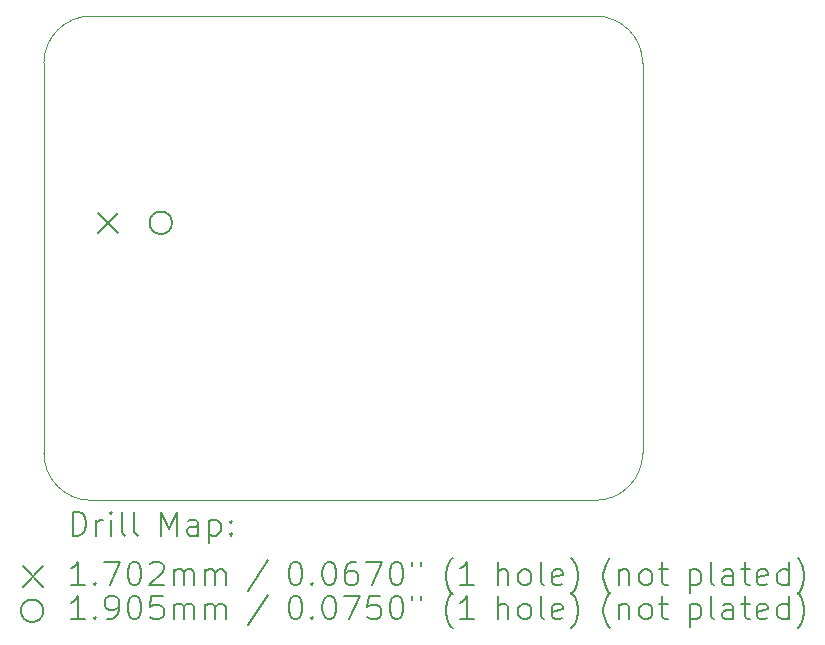
<source format=gbr>
%TF.GenerationSoftware,KiCad,Pcbnew,(7.0.0)*%
%TF.CreationDate,2023-05-09T15:07:43+03:00*%
%TF.ProjectId,IoT_sulari,496f545f-7375-46c6-9172-692e6b696361,rev?*%
%TF.SameCoordinates,Original*%
%TF.FileFunction,Drillmap*%
%TF.FilePolarity,Positive*%
%FSLAX45Y45*%
G04 Gerber Fmt 4.5, Leading zero omitted, Abs format (unit mm)*
G04 Created by KiCad (PCBNEW (7.0.0)) date 2023-05-09 15:07:43*
%MOMM*%
%LPD*%
G01*
G04 APERTURE LIST*
%ADD10C,0.100000*%
%ADD11C,0.200000*%
%ADD12C,0.170180*%
%ADD13C,0.190500*%
G04 APERTURE END LIST*
D10*
X14300000Y-7200000D02*
X14300000Y-3900000D01*
X9230000Y-7200000D02*
G75*
G03*
X9630000Y-7600000I400000J0D01*
G01*
X9230000Y-3900000D02*
X9230000Y-7200000D01*
X13900000Y-7600000D02*
G75*
G03*
X14300000Y-7200000I0J400000D01*
G01*
X14300000Y-3900000D02*
G75*
G03*
X13900000Y-3500000I-400000J0D01*
G01*
X13900000Y-3500000D02*
X9630000Y-3500000D01*
X9630000Y-7600000D02*
X13900000Y-7600000D01*
X9630000Y-3500000D02*
G75*
G03*
X9230000Y-3900000I0J-400000D01*
G01*
D11*
D12*
X9684783Y-5164910D02*
X9854963Y-5335090D01*
X9854963Y-5164910D02*
X9684783Y-5335090D01*
D13*
X10315121Y-5250000D02*
G75*
G03*
X10315121Y-5250000I-95250J0D01*
G01*
D11*
X9472619Y-7898476D02*
X9472619Y-7698476D01*
X9472619Y-7698476D02*
X9520238Y-7698476D01*
X9520238Y-7698476D02*
X9548810Y-7708000D01*
X9548810Y-7708000D02*
X9567857Y-7727048D01*
X9567857Y-7727048D02*
X9577381Y-7746095D01*
X9577381Y-7746095D02*
X9586905Y-7784190D01*
X9586905Y-7784190D02*
X9586905Y-7812762D01*
X9586905Y-7812762D02*
X9577381Y-7850857D01*
X9577381Y-7850857D02*
X9567857Y-7869905D01*
X9567857Y-7869905D02*
X9548810Y-7888952D01*
X9548810Y-7888952D02*
X9520238Y-7898476D01*
X9520238Y-7898476D02*
X9472619Y-7898476D01*
X9672619Y-7898476D02*
X9672619Y-7765143D01*
X9672619Y-7803238D02*
X9682143Y-7784190D01*
X9682143Y-7784190D02*
X9691667Y-7774667D01*
X9691667Y-7774667D02*
X9710714Y-7765143D01*
X9710714Y-7765143D02*
X9729762Y-7765143D01*
X9796429Y-7898476D02*
X9796429Y-7765143D01*
X9796429Y-7698476D02*
X9786905Y-7708000D01*
X9786905Y-7708000D02*
X9796429Y-7717524D01*
X9796429Y-7717524D02*
X9805952Y-7708000D01*
X9805952Y-7708000D02*
X9796429Y-7698476D01*
X9796429Y-7698476D02*
X9796429Y-7717524D01*
X9920238Y-7898476D02*
X9901190Y-7888952D01*
X9901190Y-7888952D02*
X9891667Y-7869905D01*
X9891667Y-7869905D02*
X9891667Y-7698476D01*
X10025000Y-7898476D02*
X10005952Y-7888952D01*
X10005952Y-7888952D02*
X9996429Y-7869905D01*
X9996429Y-7869905D02*
X9996429Y-7698476D01*
X10221190Y-7898476D02*
X10221190Y-7698476D01*
X10221190Y-7698476D02*
X10287857Y-7841333D01*
X10287857Y-7841333D02*
X10354524Y-7698476D01*
X10354524Y-7698476D02*
X10354524Y-7898476D01*
X10535476Y-7898476D02*
X10535476Y-7793714D01*
X10535476Y-7793714D02*
X10525952Y-7774667D01*
X10525952Y-7774667D02*
X10506905Y-7765143D01*
X10506905Y-7765143D02*
X10468809Y-7765143D01*
X10468809Y-7765143D02*
X10449762Y-7774667D01*
X10535476Y-7888952D02*
X10516429Y-7898476D01*
X10516429Y-7898476D02*
X10468809Y-7898476D01*
X10468809Y-7898476D02*
X10449762Y-7888952D01*
X10449762Y-7888952D02*
X10440238Y-7869905D01*
X10440238Y-7869905D02*
X10440238Y-7850857D01*
X10440238Y-7850857D02*
X10449762Y-7831809D01*
X10449762Y-7831809D02*
X10468809Y-7822286D01*
X10468809Y-7822286D02*
X10516429Y-7822286D01*
X10516429Y-7822286D02*
X10535476Y-7812762D01*
X10630714Y-7765143D02*
X10630714Y-7965143D01*
X10630714Y-7774667D02*
X10649762Y-7765143D01*
X10649762Y-7765143D02*
X10687857Y-7765143D01*
X10687857Y-7765143D02*
X10706905Y-7774667D01*
X10706905Y-7774667D02*
X10716429Y-7784190D01*
X10716429Y-7784190D02*
X10725952Y-7803238D01*
X10725952Y-7803238D02*
X10725952Y-7860381D01*
X10725952Y-7860381D02*
X10716429Y-7879428D01*
X10716429Y-7879428D02*
X10706905Y-7888952D01*
X10706905Y-7888952D02*
X10687857Y-7898476D01*
X10687857Y-7898476D02*
X10649762Y-7898476D01*
X10649762Y-7898476D02*
X10630714Y-7888952D01*
X10811667Y-7879428D02*
X10821190Y-7888952D01*
X10821190Y-7888952D02*
X10811667Y-7898476D01*
X10811667Y-7898476D02*
X10802143Y-7888952D01*
X10802143Y-7888952D02*
X10811667Y-7879428D01*
X10811667Y-7879428D02*
X10811667Y-7898476D01*
X10811667Y-7774667D02*
X10821190Y-7784190D01*
X10821190Y-7784190D02*
X10811667Y-7793714D01*
X10811667Y-7793714D02*
X10802143Y-7784190D01*
X10802143Y-7784190D02*
X10811667Y-7774667D01*
X10811667Y-7774667D02*
X10811667Y-7793714D01*
D12*
X9054820Y-8159910D02*
X9225000Y-8330090D01*
X9225000Y-8159910D02*
X9054820Y-8330090D01*
D11*
X9577381Y-8318476D02*
X9463095Y-8318476D01*
X9520238Y-8318476D02*
X9520238Y-8118476D01*
X9520238Y-8118476D02*
X9501190Y-8147048D01*
X9501190Y-8147048D02*
X9482143Y-8166095D01*
X9482143Y-8166095D02*
X9463095Y-8175619D01*
X9663095Y-8299428D02*
X9672619Y-8308952D01*
X9672619Y-8308952D02*
X9663095Y-8318476D01*
X9663095Y-8318476D02*
X9653571Y-8308952D01*
X9653571Y-8308952D02*
X9663095Y-8299428D01*
X9663095Y-8299428D02*
X9663095Y-8318476D01*
X9739286Y-8118476D02*
X9872619Y-8118476D01*
X9872619Y-8118476D02*
X9786905Y-8318476D01*
X9986905Y-8118476D02*
X10005952Y-8118476D01*
X10005952Y-8118476D02*
X10025000Y-8128000D01*
X10025000Y-8128000D02*
X10034524Y-8137524D01*
X10034524Y-8137524D02*
X10044048Y-8156571D01*
X10044048Y-8156571D02*
X10053571Y-8194667D01*
X10053571Y-8194667D02*
X10053571Y-8242286D01*
X10053571Y-8242286D02*
X10044048Y-8280381D01*
X10044048Y-8280381D02*
X10034524Y-8299428D01*
X10034524Y-8299428D02*
X10025000Y-8308952D01*
X10025000Y-8308952D02*
X10005952Y-8318476D01*
X10005952Y-8318476D02*
X9986905Y-8318476D01*
X9986905Y-8318476D02*
X9967857Y-8308952D01*
X9967857Y-8308952D02*
X9958333Y-8299428D01*
X9958333Y-8299428D02*
X9948810Y-8280381D01*
X9948810Y-8280381D02*
X9939286Y-8242286D01*
X9939286Y-8242286D02*
X9939286Y-8194667D01*
X9939286Y-8194667D02*
X9948810Y-8156571D01*
X9948810Y-8156571D02*
X9958333Y-8137524D01*
X9958333Y-8137524D02*
X9967857Y-8128000D01*
X9967857Y-8128000D02*
X9986905Y-8118476D01*
X10129762Y-8137524D02*
X10139286Y-8128000D01*
X10139286Y-8128000D02*
X10158333Y-8118476D01*
X10158333Y-8118476D02*
X10205952Y-8118476D01*
X10205952Y-8118476D02*
X10225000Y-8128000D01*
X10225000Y-8128000D02*
X10234524Y-8137524D01*
X10234524Y-8137524D02*
X10244048Y-8156571D01*
X10244048Y-8156571D02*
X10244048Y-8175619D01*
X10244048Y-8175619D02*
X10234524Y-8204190D01*
X10234524Y-8204190D02*
X10120238Y-8318476D01*
X10120238Y-8318476D02*
X10244048Y-8318476D01*
X10329762Y-8318476D02*
X10329762Y-8185143D01*
X10329762Y-8204190D02*
X10339286Y-8194667D01*
X10339286Y-8194667D02*
X10358333Y-8185143D01*
X10358333Y-8185143D02*
X10386905Y-8185143D01*
X10386905Y-8185143D02*
X10405952Y-8194667D01*
X10405952Y-8194667D02*
X10415476Y-8213714D01*
X10415476Y-8213714D02*
X10415476Y-8318476D01*
X10415476Y-8213714D02*
X10425000Y-8194667D01*
X10425000Y-8194667D02*
X10444048Y-8185143D01*
X10444048Y-8185143D02*
X10472619Y-8185143D01*
X10472619Y-8185143D02*
X10491667Y-8194667D01*
X10491667Y-8194667D02*
X10501191Y-8213714D01*
X10501191Y-8213714D02*
X10501191Y-8318476D01*
X10596429Y-8318476D02*
X10596429Y-8185143D01*
X10596429Y-8204190D02*
X10605952Y-8194667D01*
X10605952Y-8194667D02*
X10625000Y-8185143D01*
X10625000Y-8185143D02*
X10653572Y-8185143D01*
X10653572Y-8185143D02*
X10672619Y-8194667D01*
X10672619Y-8194667D02*
X10682143Y-8213714D01*
X10682143Y-8213714D02*
X10682143Y-8318476D01*
X10682143Y-8213714D02*
X10691667Y-8194667D01*
X10691667Y-8194667D02*
X10710714Y-8185143D01*
X10710714Y-8185143D02*
X10739286Y-8185143D01*
X10739286Y-8185143D02*
X10758333Y-8194667D01*
X10758333Y-8194667D02*
X10767857Y-8213714D01*
X10767857Y-8213714D02*
X10767857Y-8318476D01*
X11125952Y-8108952D02*
X10954524Y-8366095D01*
X11350714Y-8118476D02*
X11369762Y-8118476D01*
X11369762Y-8118476D02*
X11388810Y-8128000D01*
X11388810Y-8128000D02*
X11398333Y-8137524D01*
X11398333Y-8137524D02*
X11407857Y-8156571D01*
X11407857Y-8156571D02*
X11417381Y-8194667D01*
X11417381Y-8194667D02*
X11417381Y-8242286D01*
X11417381Y-8242286D02*
X11407857Y-8280381D01*
X11407857Y-8280381D02*
X11398333Y-8299428D01*
X11398333Y-8299428D02*
X11388810Y-8308952D01*
X11388810Y-8308952D02*
X11369762Y-8318476D01*
X11369762Y-8318476D02*
X11350714Y-8318476D01*
X11350714Y-8318476D02*
X11331667Y-8308952D01*
X11331667Y-8308952D02*
X11322143Y-8299428D01*
X11322143Y-8299428D02*
X11312619Y-8280381D01*
X11312619Y-8280381D02*
X11303095Y-8242286D01*
X11303095Y-8242286D02*
X11303095Y-8194667D01*
X11303095Y-8194667D02*
X11312619Y-8156571D01*
X11312619Y-8156571D02*
X11322143Y-8137524D01*
X11322143Y-8137524D02*
X11331667Y-8128000D01*
X11331667Y-8128000D02*
X11350714Y-8118476D01*
X11503095Y-8299428D02*
X11512619Y-8308952D01*
X11512619Y-8308952D02*
X11503095Y-8318476D01*
X11503095Y-8318476D02*
X11493571Y-8308952D01*
X11493571Y-8308952D02*
X11503095Y-8299428D01*
X11503095Y-8299428D02*
X11503095Y-8318476D01*
X11636429Y-8118476D02*
X11655476Y-8118476D01*
X11655476Y-8118476D02*
X11674524Y-8128000D01*
X11674524Y-8128000D02*
X11684048Y-8137524D01*
X11684048Y-8137524D02*
X11693571Y-8156571D01*
X11693571Y-8156571D02*
X11703095Y-8194667D01*
X11703095Y-8194667D02*
X11703095Y-8242286D01*
X11703095Y-8242286D02*
X11693571Y-8280381D01*
X11693571Y-8280381D02*
X11684048Y-8299428D01*
X11684048Y-8299428D02*
X11674524Y-8308952D01*
X11674524Y-8308952D02*
X11655476Y-8318476D01*
X11655476Y-8318476D02*
X11636429Y-8318476D01*
X11636429Y-8318476D02*
X11617381Y-8308952D01*
X11617381Y-8308952D02*
X11607857Y-8299428D01*
X11607857Y-8299428D02*
X11598333Y-8280381D01*
X11598333Y-8280381D02*
X11588810Y-8242286D01*
X11588810Y-8242286D02*
X11588810Y-8194667D01*
X11588810Y-8194667D02*
X11598333Y-8156571D01*
X11598333Y-8156571D02*
X11607857Y-8137524D01*
X11607857Y-8137524D02*
X11617381Y-8128000D01*
X11617381Y-8128000D02*
X11636429Y-8118476D01*
X11874524Y-8118476D02*
X11836429Y-8118476D01*
X11836429Y-8118476D02*
X11817381Y-8128000D01*
X11817381Y-8128000D02*
X11807857Y-8137524D01*
X11807857Y-8137524D02*
X11788810Y-8166095D01*
X11788810Y-8166095D02*
X11779286Y-8204190D01*
X11779286Y-8204190D02*
X11779286Y-8280381D01*
X11779286Y-8280381D02*
X11788810Y-8299428D01*
X11788810Y-8299428D02*
X11798333Y-8308952D01*
X11798333Y-8308952D02*
X11817381Y-8318476D01*
X11817381Y-8318476D02*
X11855476Y-8318476D01*
X11855476Y-8318476D02*
X11874524Y-8308952D01*
X11874524Y-8308952D02*
X11884048Y-8299428D01*
X11884048Y-8299428D02*
X11893571Y-8280381D01*
X11893571Y-8280381D02*
X11893571Y-8232762D01*
X11893571Y-8232762D02*
X11884048Y-8213714D01*
X11884048Y-8213714D02*
X11874524Y-8204190D01*
X11874524Y-8204190D02*
X11855476Y-8194667D01*
X11855476Y-8194667D02*
X11817381Y-8194667D01*
X11817381Y-8194667D02*
X11798333Y-8204190D01*
X11798333Y-8204190D02*
X11788810Y-8213714D01*
X11788810Y-8213714D02*
X11779286Y-8232762D01*
X11960238Y-8118476D02*
X12093571Y-8118476D01*
X12093571Y-8118476D02*
X12007857Y-8318476D01*
X12207857Y-8118476D02*
X12226905Y-8118476D01*
X12226905Y-8118476D02*
X12245952Y-8128000D01*
X12245952Y-8128000D02*
X12255476Y-8137524D01*
X12255476Y-8137524D02*
X12265000Y-8156571D01*
X12265000Y-8156571D02*
X12274524Y-8194667D01*
X12274524Y-8194667D02*
X12274524Y-8242286D01*
X12274524Y-8242286D02*
X12265000Y-8280381D01*
X12265000Y-8280381D02*
X12255476Y-8299428D01*
X12255476Y-8299428D02*
X12245952Y-8308952D01*
X12245952Y-8308952D02*
X12226905Y-8318476D01*
X12226905Y-8318476D02*
X12207857Y-8318476D01*
X12207857Y-8318476D02*
X12188810Y-8308952D01*
X12188810Y-8308952D02*
X12179286Y-8299428D01*
X12179286Y-8299428D02*
X12169762Y-8280381D01*
X12169762Y-8280381D02*
X12160238Y-8242286D01*
X12160238Y-8242286D02*
X12160238Y-8194667D01*
X12160238Y-8194667D02*
X12169762Y-8156571D01*
X12169762Y-8156571D02*
X12179286Y-8137524D01*
X12179286Y-8137524D02*
X12188810Y-8128000D01*
X12188810Y-8128000D02*
X12207857Y-8118476D01*
X12350714Y-8118476D02*
X12350714Y-8156571D01*
X12426905Y-8118476D02*
X12426905Y-8156571D01*
X12689762Y-8394667D02*
X12680238Y-8385143D01*
X12680238Y-8385143D02*
X12661191Y-8356571D01*
X12661191Y-8356571D02*
X12651667Y-8337524D01*
X12651667Y-8337524D02*
X12642143Y-8308952D01*
X12642143Y-8308952D02*
X12632619Y-8261333D01*
X12632619Y-8261333D02*
X12632619Y-8223238D01*
X12632619Y-8223238D02*
X12642143Y-8175619D01*
X12642143Y-8175619D02*
X12651667Y-8147048D01*
X12651667Y-8147048D02*
X12661191Y-8128000D01*
X12661191Y-8128000D02*
X12680238Y-8099428D01*
X12680238Y-8099428D02*
X12689762Y-8089905D01*
X12870714Y-8318476D02*
X12756429Y-8318476D01*
X12813571Y-8318476D02*
X12813571Y-8118476D01*
X12813571Y-8118476D02*
X12794524Y-8147048D01*
X12794524Y-8147048D02*
X12775476Y-8166095D01*
X12775476Y-8166095D02*
X12756429Y-8175619D01*
X13076429Y-8318476D02*
X13076429Y-8118476D01*
X13162143Y-8318476D02*
X13162143Y-8213714D01*
X13162143Y-8213714D02*
X13152619Y-8194667D01*
X13152619Y-8194667D02*
X13133572Y-8185143D01*
X13133572Y-8185143D02*
X13105000Y-8185143D01*
X13105000Y-8185143D02*
X13085952Y-8194667D01*
X13085952Y-8194667D02*
X13076429Y-8204190D01*
X13285952Y-8318476D02*
X13266905Y-8308952D01*
X13266905Y-8308952D02*
X13257381Y-8299428D01*
X13257381Y-8299428D02*
X13247857Y-8280381D01*
X13247857Y-8280381D02*
X13247857Y-8223238D01*
X13247857Y-8223238D02*
X13257381Y-8204190D01*
X13257381Y-8204190D02*
X13266905Y-8194667D01*
X13266905Y-8194667D02*
X13285952Y-8185143D01*
X13285952Y-8185143D02*
X13314524Y-8185143D01*
X13314524Y-8185143D02*
X13333572Y-8194667D01*
X13333572Y-8194667D02*
X13343095Y-8204190D01*
X13343095Y-8204190D02*
X13352619Y-8223238D01*
X13352619Y-8223238D02*
X13352619Y-8280381D01*
X13352619Y-8280381D02*
X13343095Y-8299428D01*
X13343095Y-8299428D02*
X13333572Y-8308952D01*
X13333572Y-8308952D02*
X13314524Y-8318476D01*
X13314524Y-8318476D02*
X13285952Y-8318476D01*
X13466905Y-8318476D02*
X13447857Y-8308952D01*
X13447857Y-8308952D02*
X13438333Y-8289905D01*
X13438333Y-8289905D02*
X13438333Y-8118476D01*
X13619286Y-8308952D02*
X13600238Y-8318476D01*
X13600238Y-8318476D02*
X13562143Y-8318476D01*
X13562143Y-8318476D02*
X13543095Y-8308952D01*
X13543095Y-8308952D02*
X13533572Y-8289905D01*
X13533572Y-8289905D02*
X13533572Y-8213714D01*
X13533572Y-8213714D02*
X13543095Y-8194667D01*
X13543095Y-8194667D02*
X13562143Y-8185143D01*
X13562143Y-8185143D02*
X13600238Y-8185143D01*
X13600238Y-8185143D02*
X13619286Y-8194667D01*
X13619286Y-8194667D02*
X13628810Y-8213714D01*
X13628810Y-8213714D02*
X13628810Y-8232762D01*
X13628810Y-8232762D02*
X13533572Y-8251809D01*
X13695476Y-8394667D02*
X13705000Y-8385143D01*
X13705000Y-8385143D02*
X13724048Y-8356571D01*
X13724048Y-8356571D02*
X13733572Y-8337524D01*
X13733572Y-8337524D02*
X13743095Y-8308952D01*
X13743095Y-8308952D02*
X13752619Y-8261333D01*
X13752619Y-8261333D02*
X13752619Y-8223238D01*
X13752619Y-8223238D02*
X13743095Y-8175619D01*
X13743095Y-8175619D02*
X13733572Y-8147048D01*
X13733572Y-8147048D02*
X13724048Y-8128000D01*
X13724048Y-8128000D02*
X13705000Y-8099428D01*
X13705000Y-8099428D02*
X13695476Y-8089905D01*
X14025000Y-8394667D02*
X14015476Y-8385143D01*
X14015476Y-8385143D02*
X13996429Y-8356571D01*
X13996429Y-8356571D02*
X13986905Y-8337524D01*
X13986905Y-8337524D02*
X13977381Y-8308952D01*
X13977381Y-8308952D02*
X13967857Y-8261333D01*
X13967857Y-8261333D02*
X13967857Y-8223238D01*
X13967857Y-8223238D02*
X13977381Y-8175619D01*
X13977381Y-8175619D02*
X13986905Y-8147048D01*
X13986905Y-8147048D02*
X13996429Y-8128000D01*
X13996429Y-8128000D02*
X14015476Y-8099428D01*
X14015476Y-8099428D02*
X14025000Y-8089905D01*
X14101191Y-8185143D02*
X14101191Y-8318476D01*
X14101191Y-8204190D02*
X14110714Y-8194667D01*
X14110714Y-8194667D02*
X14129762Y-8185143D01*
X14129762Y-8185143D02*
X14158333Y-8185143D01*
X14158333Y-8185143D02*
X14177381Y-8194667D01*
X14177381Y-8194667D02*
X14186905Y-8213714D01*
X14186905Y-8213714D02*
X14186905Y-8318476D01*
X14310714Y-8318476D02*
X14291667Y-8308952D01*
X14291667Y-8308952D02*
X14282143Y-8299428D01*
X14282143Y-8299428D02*
X14272619Y-8280381D01*
X14272619Y-8280381D02*
X14272619Y-8223238D01*
X14272619Y-8223238D02*
X14282143Y-8204190D01*
X14282143Y-8204190D02*
X14291667Y-8194667D01*
X14291667Y-8194667D02*
X14310714Y-8185143D01*
X14310714Y-8185143D02*
X14339286Y-8185143D01*
X14339286Y-8185143D02*
X14358333Y-8194667D01*
X14358333Y-8194667D02*
X14367857Y-8204190D01*
X14367857Y-8204190D02*
X14377381Y-8223238D01*
X14377381Y-8223238D02*
X14377381Y-8280381D01*
X14377381Y-8280381D02*
X14367857Y-8299428D01*
X14367857Y-8299428D02*
X14358333Y-8308952D01*
X14358333Y-8308952D02*
X14339286Y-8318476D01*
X14339286Y-8318476D02*
X14310714Y-8318476D01*
X14434524Y-8185143D02*
X14510714Y-8185143D01*
X14463095Y-8118476D02*
X14463095Y-8289905D01*
X14463095Y-8289905D02*
X14472619Y-8308952D01*
X14472619Y-8308952D02*
X14491667Y-8318476D01*
X14491667Y-8318476D02*
X14510714Y-8318476D01*
X14697381Y-8185143D02*
X14697381Y-8385143D01*
X14697381Y-8194667D02*
X14716429Y-8185143D01*
X14716429Y-8185143D02*
X14754524Y-8185143D01*
X14754524Y-8185143D02*
X14773572Y-8194667D01*
X14773572Y-8194667D02*
X14783095Y-8204190D01*
X14783095Y-8204190D02*
X14792619Y-8223238D01*
X14792619Y-8223238D02*
X14792619Y-8280381D01*
X14792619Y-8280381D02*
X14783095Y-8299428D01*
X14783095Y-8299428D02*
X14773572Y-8308952D01*
X14773572Y-8308952D02*
X14754524Y-8318476D01*
X14754524Y-8318476D02*
X14716429Y-8318476D01*
X14716429Y-8318476D02*
X14697381Y-8308952D01*
X14906905Y-8318476D02*
X14887857Y-8308952D01*
X14887857Y-8308952D02*
X14878333Y-8289905D01*
X14878333Y-8289905D02*
X14878333Y-8118476D01*
X15068810Y-8318476D02*
X15068810Y-8213714D01*
X15068810Y-8213714D02*
X15059286Y-8194667D01*
X15059286Y-8194667D02*
X15040238Y-8185143D01*
X15040238Y-8185143D02*
X15002143Y-8185143D01*
X15002143Y-8185143D02*
X14983095Y-8194667D01*
X15068810Y-8308952D02*
X15049762Y-8318476D01*
X15049762Y-8318476D02*
X15002143Y-8318476D01*
X15002143Y-8318476D02*
X14983095Y-8308952D01*
X14983095Y-8308952D02*
X14973572Y-8289905D01*
X14973572Y-8289905D02*
X14973572Y-8270857D01*
X14973572Y-8270857D02*
X14983095Y-8251809D01*
X14983095Y-8251809D02*
X15002143Y-8242286D01*
X15002143Y-8242286D02*
X15049762Y-8242286D01*
X15049762Y-8242286D02*
X15068810Y-8232762D01*
X15135476Y-8185143D02*
X15211667Y-8185143D01*
X15164048Y-8118476D02*
X15164048Y-8289905D01*
X15164048Y-8289905D02*
X15173572Y-8308952D01*
X15173572Y-8308952D02*
X15192619Y-8318476D01*
X15192619Y-8318476D02*
X15211667Y-8318476D01*
X15354524Y-8308952D02*
X15335476Y-8318476D01*
X15335476Y-8318476D02*
X15297381Y-8318476D01*
X15297381Y-8318476D02*
X15278333Y-8308952D01*
X15278333Y-8308952D02*
X15268810Y-8289905D01*
X15268810Y-8289905D02*
X15268810Y-8213714D01*
X15268810Y-8213714D02*
X15278333Y-8194667D01*
X15278333Y-8194667D02*
X15297381Y-8185143D01*
X15297381Y-8185143D02*
X15335476Y-8185143D01*
X15335476Y-8185143D02*
X15354524Y-8194667D01*
X15354524Y-8194667D02*
X15364048Y-8213714D01*
X15364048Y-8213714D02*
X15364048Y-8232762D01*
X15364048Y-8232762D02*
X15268810Y-8251809D01*
X15535476Y-8318476D02*
X15535476Y-8118476D01*
X15535476Y-8308952D02*
X15516429Y-8318476D01*
X15516429Y-8318476D02*
X15478333Y-8318476D01*
X15478333Y-8318476D02*
X15459286Y-8308952D01*
X15459286Y-8308952D02*
X15449762Y-8299428D01*
X15449762Y-8299428D02*
X15440238Y-8280381D01*
X15440238Y-8280381D02*
X15440238Y-8223238D01*
X15440238Y-8223238D02*
X15449762Y-8204190D01*
X15449762Y-8204190D02*
X15459286Y-8194667D01*
X15459286Y-8194667D02*
X15478333Y-8185143D01*
X15478333Y-8185143D02*
X15516429Y-8185143D01*
X15516429Y-8185143D02*
X15535476Y-8194667D01*
X15611667Y-8394667D02*
X15621191Y-8385143D01*
X15621191Y-8385143D02*
X15640238Y-8356571D01*
X15640238Y-8356571D02*
X15649762Y-8337524D01*
X15649762Y-8337524D02*
X15659286Y-8308952D01*
X15659286Y-8308952D02*
X15668810Y-8261333D01*
X15668810Y-8261333D02*
X15668810Y-8223238D01*
X15668810Y-8223238D02*
X15659286Y-8175619D01*
X15659286Y-8175619D02*
X15649762Y-8147048D01*
X15649762Y-8147048D02*
X15640238Y-8128000D01*
X15640238Y-8128000D02*
X15621191Y-8099428D01*
X15621191Y-8099428D02*
X15611667Y-8089905D01*
D13*
X9225000Y-8535180D02*
G75*
G03*
X9225000Y-8535180I-95250J0D01*
G01*
D11*
X9577381Y-8608656D02*
X9463095Y-8608656D01*
X9520238Y-8608656D02*
X9520238Y-8408656D01*
X9520238Y-8408656D02*
X9501190Y-8437228D01*
X9501190Y-8437228D02*
X9482143Y-8456275D01*
X9482143Y-8456275D02*
X9463095Y-8465799D01*
X9663095Y-8589609D02*
X9672619Y-8599132D01*
X9672619Y-8599132D02*
X9663095Y-8608656D01*
X9663095Y-8608656D02*
X9653571Y-8599132D01*
X9653571Y-8599132D02*
X9663095Y-8589609D01*
X9663095Y-8589609D02*
X9663095Y-8608656D01*
X9767857Y-8608656D02*
X9805952Y-8608656D01*
X9805952Y-8608656D02*
X9825000Y-8599132D01*
X9825000Y-8599132D02*
X9834524Y-8589609D01*
X9834524Y-8589609D02*
X9853571Y-8561037D01*
X9853571Y-8561037D02*
X9863095Y-8522942D01*
X9863095Y-8522942D02*
X9863095Y-8446751D01*
X9863095Y-8446751D02*
X9853571Y-8427704D01*
X9853571Y-8427704D02*
X9844048Y-8418180D01*
X9844048Y-8418180D02*
X9825000Y-8408656D01*
X9825000Y-8408656D02*
X9786905Y-8408656D01*
X9786905Y-8408656D02*
X9767857Y-8418180D01*
X9767857Y-8418180D02*
X9758333Y-8427704D01*
X9758333Y-8427704D02*
X9748810Y-8446751D01*
X9748810Y-8446751D02*
X9748810Y-8494370D01*
X9748810Y-8494370D02*
X9758333Y-8513418D01*
X9758333Y-8513418D02*
X9767857Y-8522942D01*
X9767857Y-8522942D02*
X9786905Y-8532466D01*
X9786905Y-8532466D02*
X9825000Y-8532466D01*
X9825000Y-8532466D02*
X9844048Y-8522942D01*
X9844048Y-8522942D02*
X9853571Y-8513418D01*
X9853571Y-8513418D02*
X9863095Y-8494370D01*
X9986905Y-8408656D02*
X10005952Y-8408656D01*
X10005952Y-8408656D02*
X10025000Y-8418180D01*
X10025000Y-8418180D02*
X10034524Y-8427704D01*
X10034524Y-8427704D02*
X10044048Y-8446751D01*
X10044048Y-8446751D02*
X10053571Y-8484847D01*
X10053571Y-8484847D02*
X10053571Y-8532466D01*
X10053571Y-8532466D02*
X10044048Y-8570561D01*
X10044048Y-8570561D02*
X10034524Y-8589609D01*
X10034524Y-8589609D02*
X10025000Y-8599132D01*
X10025000Y-8599132D02*
X10005952Y-8608656D01*
X10005952Y-8608656D02*
X9986905Y-8608656D01*
X9986905Y-8608656D02*
X9967857Y-8599132D01*
X9967857Y-8599132D02*
X9958333Y-8589609D01*
X9958333Y-8589609D02*
X9948810Y-8570561D01*
X9948810Y-8570561D02*
X9939286Y-8532466D01*
X9939286Y-8532466D02*
X9939286Y-8484847D01*
X9939286Y-8484847D02*
X9948810Y-8446751D01*
X9948810Y-8446751D02*
X9958333Y-8427704D01*
X9958333Y-8427704D02*
X9967857Y-8418180D01*
X9967857Y-8418180D02*
X9986905Y-8408656D01*
X10234524Y-8408656D02*
X10139286Y-8408656D01*
X10139286Y-8408656D02*
X10129762Y-8503894D01*
X10129762Y-8503894D02*
X10139286Y-8494370D01*
X10139286Y-8494370D02*
X10158333Y-8484847D01*
X10158333Y-8484847D02*
X10205952Y-8484847D01*
X10205952Y-8484847D02*
X10225000Y-8494370D01*
X10225000Y-8494370D02*
X10234524Y-8503894D01*
X10234524Y-8503894D02*
X10244048Y-8522942D01*
X10244048Y-8522942D02*
X10244048Y-8570561D01*
X10244048Y-8570561D02*
X10234524Y-8589609D01*
X10234524Y-8589609D02*
X10225000Y-8599132D01*
X10225000Y-8599132D02*
X10205952Y-8608656D01*
X10205952Y-8608656D02*
X10158333Y-8608656D01*
X10158333Y-8608656D02*
X10139286Y-8599132D01*
X10139286Y-8599132D02*
X10129762Y-8589609D01*
X10329762Y-8608656D02*
X10329762Y-8475323D01*
X10329762Y-8494370D02*
X10339286Y-8484847D01*
X10339286Y-8484847D02*
X10358333Y-8475323D01*
X10358333Y-8475323D02*
X10386905Y-8475323D01*
X10386905Y-8475323D02*
X10405952Y-8484847D01*
X10405952Y-8484847D02*
X10415476Y-8503894D01*
X10415476Y-8503894D02*
X10415476Y-8608656D01*
X10415476Y-8503894D02*
X10425000Y-8484847D01*
X10425000Y-8484847D02*
X10444048Y-8475323D01*
X10444048Y-8475323D02*
X10472619Y-8475323D01*
X10472619Y-8475323D02*
X10491667Y-8484847D01*
X10491667Y-8484847D02*
X10501191Y-8503894D01*
X10501191Y-8503894D02*
X10501191Y-8608656D01*
X10596429Y-8608656D02*
X10596429Y-8475323D01*
X10596429Y-8494370D02*
X10605952Y-8484847D01*
X10605952Y-8484847D02*
X10625000Y-8475323D01*
X10625000Y-8475323D02*
X10653572Y-8475323D01*
X10653572Y-8475323D02*
X10672619Y-8484847D01*
X10672619Y-8484847D02*
X10682143Y-8503894D01*
X10682143Y-8503894D02*
X10682143Y-8608656D01*
X10682143Y-8503894D02*
X10691667Y-8484847D01*
X10691667Y-8484847D02*
X10710714Y-8475323D01*
X10710714Y-8475323D02*
X10739286Y-8475323D01*
X10739286Y-8475323D02*
X10758333Y-8484847D01*
X10758333Y-8484847D02*
X10767857Y-8503894D01*
X10767857Y-8503894D02*
X10767857Y-8608656D01*
X11125952Y-8399132D02*
X10954524Y-8656275D01*
X11350714Y-8408656D02*
X11369762Y-8408656D01*
X11369762Y-8408656D02*
X11388810Y-8418180D01*
X11388810Y-8418180D02*
X11398333Y-8427704D01*
X11398333Y-8427704D02*
X11407857Y-8446751D01*
X11407857Y-8446751D02*
X11417381Y-8484847D01*
X11417381Y-8484847D02*
X11417381Y-8532466D01*
X11417381Y-8532466D02*
X11407857Y-8570561D01*
X11407857Y-8570561D02*
X11398333Y-8589609D01*
X11398333Y-8589609D02*
X11388810Y-8599132D01*
X11388810Y-8599132D02*
X11369762Y-8608656D01*
X11369762Y-8608656D02*
X11350714Y-8608656D01*
X11350714Y-8608656D02*
X11331667Y-8599132D01*
X11331667Y-8599132D02*
X11322143Y-8589609D01*
X11322143Y-8589609D02*
X11312619Y-8570561D01*
X11312619Y-8570561D02*
X11303095Y-8532466D01*
X11303095Y-8532466D02*
X11303095Y-8484847D01*
X11303095Y-8484847D02*
X11312619Y-8446751D01*
X11312619Y-8446751D02*
X11322143Y-8427704D01*
X11322143Y-8427704D02*
X11331667Y-8418180D01*
X11331667Y-8418180D02*
X11350714Y-8408656D01*
X11503095Y-8589609D02*
X11512619Y-8599132D01*
X11512619Y-8599132D02*
X11503095Y-8608656D01*
X11503095Y-8608656D02*
X11493571Y-8599132D01*
X11493571Y-8599132D02*
X11503095Y-8589609D01*
X11503095Y-8589609D02*
X11503095Y-8608656D01*
X11636429Y-8408656D02*
X11655476Y-8408656D01*
X11655476Y-8408656D02*
X11674524Y-8418180D01*
X11674524Y-8418180D02*
X11684048Y-8427704D01*
X11684048Y-8427704D02*
X11693571Y-8446751D01*
X11693571Y-8446751D02*
X11703095Y-8484847D01*
X11703095Y-8484847D02*
X11703095Y-8532466D01*
X11703095Y-8532466D02*
X11693571Y-8570561D01*
X11693571Y-8570561D02*
X11684048Y-8589609D01*
X11684048Y-8589609D02*
X11674524Y-8599132D01*
X11674524Y-8599132D02*
X11655476Y-8608656D01*
X11655476Y-8608656D02*
X11636429Y-8608656D01*
X11636429Y-8608656D02*
X11617381Y-8599132D01*
X11617381Y-8599132D02*
X11607857Y-8589609D01*
X11607857Y-8589609D02*
X11598333Y-8570561D01*
X11598333Y-8570561D02*
X11588810Y-8532466D01*
X11588810Y-8532466D02*
X11588810Y-8484847D01*
X11588810Y-8484847D02*
X11598333Y-8446751D01*
X11598333Y-8446751D02*
X11607857Y-8427704D01*
X11607857Y-8427704D02*
X11617381Y-8418180D01*
X11617381Y-8418180D02*
X11636429Y-8408656D01*
X11769762Y-8408656D02*
X11903095Y-8408656D01*
X11903095Y-8408656D02*
X11817381Y-8608656D01*
X12074524Y-8408656D02*
X11979286Y-8408656D01*
X11979286Y-8408656D02*
X11969762Y-8503894D01*
X11969762Y-8503894D02*
X11979286Y-8494370D01*
X11979286Y-8494370D02*
X11998333Y-8484847D01*
X11998333Y-8484847D02*
X12045952Y-8484847D01*
X12045952Y-8484847D02*
X12065000Y-8494370D01*
X12065000Y-8494370D02*
X12074524Y-8503894D01*
X12074524Y-8503894D02*
X12084048Y-8522942D01*
X12084048Y-8522942D02*
X12084048Y-8570561D01*
X12084048Y-8570561D02*
X12074524Y-8589609D01*
X12074524Y-8589609D02*
X12065000Y-8599132D01*
X12065000Y-8599132D02*
X12045952Y-8608656D01*
X12045952Y-8608656D02*
X11998333Y-8608656D01*
X11998333Y-8608656D02*
X11979286Y-8599132D01*
X11979286Y-8599132D02*
X11969762Y-8589609D01*
X12207857Y-8408656D02*
X12226905Y-8408656D01*
X12226905Y-8408656D02*
X12245952Y-8418180D01*
X12245952Y-8418180D02*
X12255476Y-8427704D01*
X12255476Y-8427704D02*
X12265000Y-8446751D01*
X12265000Y-8446751D02*
X12274524Y-8484847D01*
X12274524Y-8484847D02*
X12274524Y-8532466D01*
X12274524Y-8532466D02*
X12265000Y-8570561D01*
X12265000Y-8570561D02*
X12255476Y-8589609D01*
X12255476Y-8589609D02*
X12245952Y-8599132D01*
X12245952Y-8599132D02*
X12226905Y-8608656D01*
X12226905Y-8608656D02*
X12207857Y-8608656D01*
X12207857Y-8608656D02*
X12188810Y-8599132D01*
X12188810Y-8599132D02*
X12179286Y-8589609D01*
X12179286Y-8589609D02*
X12169762Y-8570561D01*
X12169762Y-8570561D02*
X12160238Y-8532466D01*
X12160238Y-8532466D02*
X12160238Y-8484847D01*
X12160238Y-8484847D02*
X12169762Y-8446751D01*
X12169762Y-8446751D02*
X12179286Y-8427704D01*
X12179286Y-8427704D02*
X12188810Y-8418180D01*
X12188810Y-8418180D02*
X12207857Y-8408656D01*
X12350714Y-8408656D02*
X12350714Y-8446751D01*
X12426905Y-8408656D02*
X12426905Y-8446751D01*
X12689762Y-8684847D02*
X12680238Y-8675323D01*
X12680238Y-8675323D02*
X12661191Y-8646751D01*
X12661191Y-8646751D02*
X12651667Y-8627704D01*
X12651667Y-8627704D02*
X12642143Y-8599132D01*
X12642143Y-8599132D02*
X12632619Y-8551513D01*
X12632619Y-8551513D02*
X12632619Y-8513418D01*
X12632619Y-8513418D02*
X12642143Y-8465799D01*
X12642143Y-8465799D02*
X12651667Y-8437228D01*
X12651667Y-8437228D02*
X12661191Y-8418180D01*
X12661191Y-8418180D02*
X12680238Y-8389609D01*
X12680238Y-8389609D02*
X12689762Y-8380085D01*
X12870714Y-8608656D02*
X12756429Y-8608656D01*
X12813571Y-8608656D02*
X12813571Y-8408656D01*
X12813571Y-8408656D02*
X12794524Y-8437228D01*
X12794524Y-8437228D02*
X12775476Y-8456275D01*
X12775476Y-8456275D02*
X12756429Y-8465799D01*
X13076429Y-8608656D02*
X13076429Y-8408656D01*
X13162143Y-8608656D02*
X13162143Y-8503894D01*
X13162143Y-8503894D02*
X13152619Y-8484847D01*
X13152619Y-8484847D02*
X13133572Y-8475323D01*
X13133572Y-8475323D02*
X13105000Y-8475323D01*
X13105000Y-8475323D02*
X13085952Y-8484847D01*
X13085952Y-8484847D02*
X13076429Y-8494370D01*
X13285952Y-8608656D02*
X13266905Y-8599132D01*
X13266905Y-8599132D02*
X13257381Y-8589609D01*
X13257381Y-8589609D02*
X13247857Y-8570561D01*
X13247857Y-8570561D02*
X13247857Y-8513418D01*
X13247857Y-8513418D02*
X13257381Y-8494370D01*
X13257381Y-8494370D02*
X13266905Y-8484847D01*
X13266905Y-8484847D02*
X13285952Y-8475323D01*
X13285952Y-8475323D02*
X13314524Y-8475323D01*
X13314524Y-8475323D02*
X13333572Y-8484847D01*
X13333572Y-8484847D02*
X13343095Y-8494370D01*
X13343095Y-8494370D02*
X13352619Y-8513418D01*
X13352619Y-8513418D02*
X13352619Y-8570561D01*
X13352619Y-8570561D02*
X13343095Y-8589609D01*
X13343095Y-8589609D02*
X13333572Y-8599132D01*
X13333572Y-8599132D02*
X13314524Y-8608656D01*
X13314524Y-8608656D02*
X13285952Y-8608656D01*
X13466905Y-8608656D02*
X13447857Y-8599132D01*
X13447857Y-8599132D02*
X13438333Y-8580085D01*
X13438333Y-8580085D02*
X13438333Y-8408656D01*
X13619286Y-8599132D02*
X13600238Y-8608656D01*
X13600238Y-8608656D02*
X13562143Y-8608656D01*
X13562143Y-8608656D02*
X13543095Y-8599132D01*
X13543095Y-8599132D02*
X13533572Y-8580085D01*
X13533572Y-8580085D02*
X13533572Y-8503894D01*
X13533572Y-8503894D02*
X13543095Y-8484847D01*
X13543095Y-8484847D02*
X13562143Y-8475323D01*
X13562143Y-8475323D02*
X13600238Y-8475323D01*
X13600238Y-8475323D02*
X13619286Y-8484847D01*
X13619286Y-8484847D02*
X13628810Y-8503894D01*
X13628810Y-8503894D02*
X13628810Y-8522942D01*
X13628810Y-8522942D02*
X13533572Y-8541990D01*
X13695476Y-8684847D02*
X13705000Y-8675323D01*
X13705000Y-8675323D02*
X13724048Y-8646751D01*
X13724048Y-8646751D02*
X13733572Y-8627704D01*
X13733572Y-8627704D02*
X13743095Y-8599132D01*
X13743095Y-8599132D02*
X13752619Y-8551513D01*
X13752619Y-8551513D02*
X13752619Y-8513418D01*
X13752619Y-8513418D02*
X13743095Y-8465799D01*
X13743095Y-8465799D02*
X13733572Y-8437228D01*
X13733572Y-8437228D02*
X13724048Y-8418180D01*
X13724048Y-8418180D02*
X13705000Y-8389609D01*
X13705000Y-8389609D02*
X13695476Y-8380085D01*
X14025000Y-8684847D02*
X14015476Y-8675323D01*
X14015476Y-8675323D02*
X13996429Y-8646751D01*
X13996429Y-8646751D02*
X13986905Y-8627704D01*
X13986905Y-8627704D02*
X13977381Y-8599132D01*
X13977381Y-8599132D02*
X13967857Y-8551513D01*
X13967857Y-8551513D02*
X13967857Y-8513418D01*
X13967857Y-8513418D02*
X13977381Y-8465799D01*
X13977381Y-8465799D02*
X13986905Y-8437228D01*
X13986905Y-8437228D02*
X13996429Y-8418180D01*
X13996429Y-8418180D02*
X14015476Y-8389609D01*
X14015476Y-8389609D02*
X14025000Y-8380085D01*
X14101191Y-8475323D02*
X14101191Y-8608656D01*
X14101191Y-8494370D02*
X14110714Y-8484847D01*
X14110714Y-8484847D02*
X14129762Y-8475323D01*
X14129762Y-8475323D02*
X14158333Y-8475323D01*
X14158333Y-8475323D02*
X14177381Y-8484847D01*
X14177381Y-8484847D02*
X14186905Y-8503894D01*
X14186905Y-8503894D02*
X14186905Y-8608656D01*
X14310714Y-8608656D02*
X14291667Y-8599132D01*
X14291667Y-8599132D02*
X14282143Y-8589609D01*
X14282143Y-8589609D02*
X14272619Y-8570561D01*
X14272619Y-8570561D02*
X14272619Y-8513418D01*
X14272619Y-8513418D02*
X14282143Y-8494370D01*
X14282143Y-8494370D02*
X14291667Y-8484847D01*
X14291667Y-8484847D02*
X14310714Y-8475323D01*
X14310714Y-8475323D02*
X14339286Y-8475323D01*
X14339286Y-8475323D02*
X14358333Y-8484847D01*
X14358333Y-8484847D02*
X14367857Y-8494370D01*
X14367857Y-8494370D02*
X14377381Y-8513418D01*
X14377381Y-8513418D02*
X14377381Y-8570561D01*
X14377381Y-8570561D02*
X14367857Y-8589609D01*
X14367857Y-8589609D02*
X14358333Y-8599132D01*
X14358333Y-8599132D02*
X14339286Y-8608656D01*
X14339286Y-8608656D02*
X14310714Y-8608656D01*
X14434524Y-8475323D02*
X14510714Y-8475323D01*
X14463095Y-8408656D02*
X14463095Y-8580085D01*
X14463095Y-8580085D02*
X14472619Y-8599132D01*
X14472619Y-8599132D02*
X14491667Y-8608656D01*
X14491667Y-8608656D02*
X14510714Y-8608656D01*
X14697381Y-8475323D02*
X14697381Y-8675323D01*
X14697381Y-8484847D02*
X14716429Y-8475323D01*
X14716429Y-8475323D02*
X14754524Y-8475323D01*
X14754524Y-8475323D02*
X14773572Y-8484847D01*
X14773572Y-8484847D02*
X14783095Y-8494370D01*
X14783095Y-8494370D02*
X14792619Y-8513418D01*
X14792619Y-8513418D02*
X14792619Y-8570561D01*
X14792619Y-8570561D02*
X14783095Y-8589609D01*
X14783095Y-8589609D02*
X14773572Y-8599132D01*
X14773572Y-8599132D02*
X14754524Y-8608656D01*
X14754524Y-8608656D02*
X14716429Y-8608656D01*
X14716429Y-8608656D02*
X14697381Y-8599132D01*
X14906905Y-8608656D02*
X14887857Y-8599132D01*
X14887857Y-8599132D02*
X14878333Y-8580085D01*
X14878333Y-8580085D02*
X14878333Y-8408656D01*
X15068810Y-8608656D02*
X15068810Y-8503894D01*
X15068810Y-8503894D02*
X15059286Y-8484847D01*
X15059286Y-8484847D02*
X15040238Y-8475323D01*
X15040238Y-8475323D02*
X15002143Y-8475323D01*
X15002143Y-8475323D02*
X14983095Y-8484847D01*
X15068810Y-8599132D02*
X15049762Y-8608656D01*
X15049762Y-8608656D02*
X15002143Y-8608656D01*
X15002143Y-8608656D02*
X14983095Y-8599132D01*
X14983095Y-8599132D02*
X14973572Y-8580085D01*
X14973572Y-8580085D02*
X14973572Y-8561037D01*
X14973572Y-8561037D02*
X14983095Y-8541990D01*
X14983095Y-8541990D02*
X15002143Y-8532466D01*
X15002143Y-8532466D02*
X15049762Y-8532466D01*
X15049762Y-8532466D02*
X15068810Y-8522942D01*
X15135476Y-8475323D02*
X15211667Y-8475323D01*
X15164048Y-8408656D02*
X15164048Y-8580085D01*
X15164048Y-8580085D02*
X15173572Y-8599132D01*
X15173572Y-8599132D02*
X15192619Y-8608656D01*
X15192619Y-8608656D02*
X15211667Y-8608656D01*
X15354524Y-8599132D02*
X15335476Y-8608656D01*
X15335476Y-8608656D02*
X15297381Y-8608656D01*
X15297381Y-8608656D02*
X15278333Y-8599132D01*
X15278333Y-8599132D02*
X15268810Y-8580085D01*
X15268810Y-8580085D02*
X15268810Y-8503894D01*
X15268810Y-8503894D02*
X15278333Y-8484847D01*
X15278333Y-8484847D02*
X15297381Y-8475323D01*
X15297381Y-8475323D02*
X15335476Y-8475323D01*
X15335476Y-8475323D02*
X15354524Y-8484847D01*
X15354524Y-8484847D02*
X15364048Y-8503894D01*
X15364048Y-8503894D02*
X15364048Y-8522942D01*
X15364048Y-8522942D02*
X15268810Y-8541990D01*
X15535476Y-8608656D02*
X15535476Y-8408656D01*
X15535476Y-8599132D02*
X15516429Y-8608656D01*
X15516429Y-8608656D02*
X15478333Y-8608656D01*
X15478333Y-8608656D02*
X15459286Y-8599132D01*
X15459286Y-8599132D02*
X15449762Y-8589609D01*
X15449762Y-8589609D02*
X15440238Y-8570561D01*
X15440238Y-8570561D02*
X15440238Y-8513418D01*
X15440238Y-8513418D02*
X15449762Y-8494370D01*
X15449762Y-8494370D02*
X15459286Y-8484847D01*
X15459286Y-8484847D02*
X15478333Y-8475323D01*
X15478333Y-8475323D02*
X15516429Y-8475323D01*
X15516429Y-8475323D02*
X15535476Y-8484847D01*
X15611667Y-8684847D02*
X15621191Y-8675323D01*
X15621191Y-8675323D02*
X15640238Y-8646751D01*
X15640238Y-8646751D02*
X15649762Y-8627704D01*
X15649762Y-8627704D02*
X15659286Y-8599132D01*
X15659286Y-8599132D02*
X15668810Y-8551513D01*
X15668810Y-8551513D02*
X15668810Y-8513418D01*
X15668810Y-8513418D02*
X15659286Y-8465799D01*
X15659286Y-8465799D02*
X15649762Y-8437228D01*
X15649762Y-8437228D02*
X15640238Y-8418180D01*
X15640238Y-8418180D02*
X15621191Y-8389609D01*
X15621191Y-8389609D02*
X15611667Y-8380085D01*
M02*

</source>
